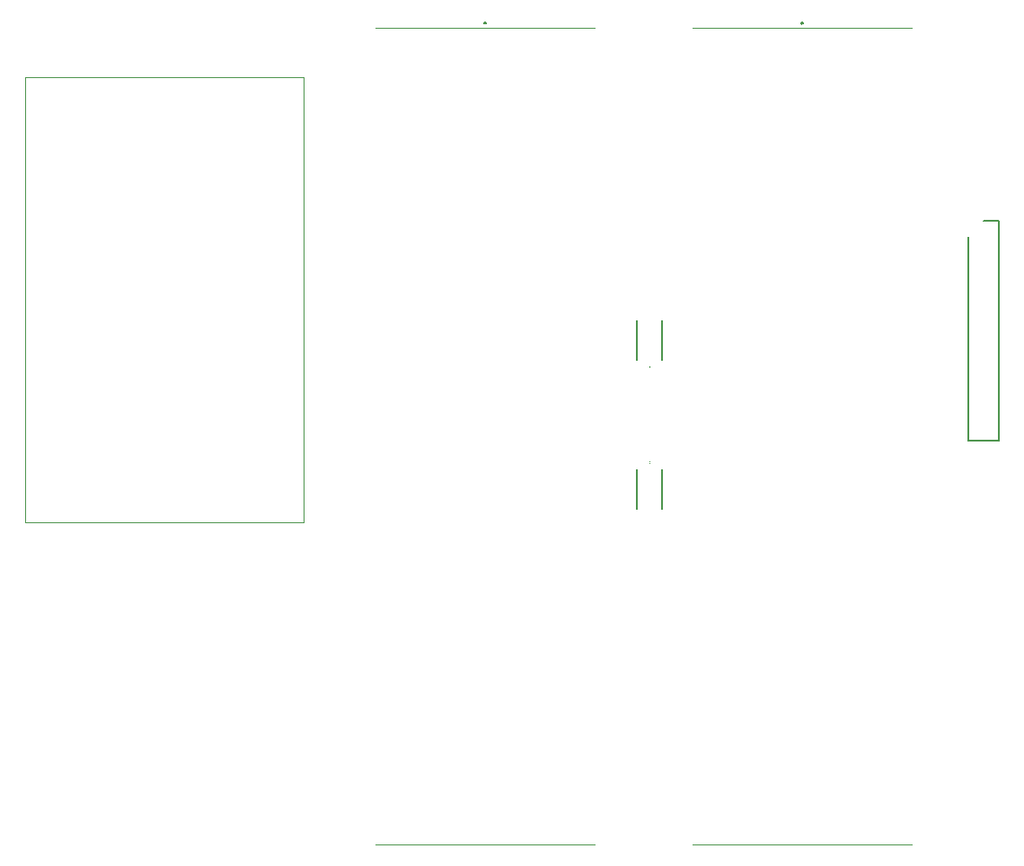
<source format=gbr>
%TF.GenerationSoftware,KiCad,Pcbnew,8.0.8*%
%TF.CreationDate,2025-03-29T17:39:48+01:00*%
%TF.ProjectId,eps,6570732e-6b69-4636-9164-5f7063625858,rev?*%
%TF.SameCoordinates,PX55d4a80PY8044ea0*%
%TF.FileFunction,Legend,Bot*%
%TF.FilePolarity,Positive*%
%FSLAX46Y46*%
G04 Gerber Fmt 4.6, Leading zero omitted, Abs format (unit mm)*
G04 Created by KiCad (PCBNEW 8.0.8) date 2025-03-29 17:39:48*
%MOMM*%
%LPD*%
G01*
G04 APERTURE LIST*
%ADD10C,0.200000*%
%ADD11C,0.100000*%
G04 APERTURE END LIST*
D10*
%TO.C,NTC2*%
X57800000Y42045000D02*
X57800000Y38345000D01*
D11*
X59000000Y42765000D02*
X59000000Y42765000D01*
X59000000Y42665000D02*
X59000000Y42665000D01*
D10*
X60200000Y42045000D02*
X60200000Y38345000D01*
D11*
X59000000Y42765000D02*
G75*
G02*
X59000000Y42665000I0J-50000D01*
G01*
X59000000Y42665000D02*
G75*
G02*
X59000000Y42765000I0J50000D01*
G01*
%TO.C,S1*%
X136500Y79000000D02*
X26363500Y79000000D01*
X26363500Y37000000D01*
X136500Y37000000D01*
X136500Y79000000D01*
%TO.C,BAT1*%
X33175000Y83655000D02*
X33175000Y83655000D01*
X33175000Y83655000D02*
X53825000Y83655000D01*
X33175000Y6605000D02*
X33175000Y6605000D01*
X33175000Y6605000D02*
X53825000Y6605000D01*
D10*
X43400000Y84150000D02*
X43400000Y84150000D01*
X43600000Y84150000D02*
X43600000Y84150000D01*
D11*
X53825000Y83655000D02*
X33175000Y83655000D01*
X53825000Y83655000D02*
X53825000Y83655000D01*
X53825000Y6605000D02*
X33175000Y6605000D01*
X53825000Y6605000D02*
X53825000Y6605000D01*
D10*
X43400000Y84150000D02*
G75*
G02*
X43600000Y84150000I100000J0D01*
G01*
X43600000Y84150000D02*
G75*
G02*
X43400000Y84150000I-100000J0D01*
G01*
D11*
%TO.C,BAT2*%
X63045000Y83655000D02*
X63045000Y83655000D01*
X63045000Y83655000D02*
X83695000Y83655000D01*
X63045000Y6605000D02*
X63045000Y6605000D01*
X63045000Y6605000D02*
X83695000Y6605000D01*
D10*
X73270000Y84150000D02*
X73270000Y84150000D01*
X73470000Y84150000D02*
X73470000Y84150000D01*
D11*
X83695000Y83655000D02*
X63045000Y83655000D01*
X83695000Y83655000D02*
X83695000Y83655000D01*
X83695000Y6605000D02*
X63045000Y6605000D01*
X83695000Y6605000D02*
X83695000Y6605000D01*
D10*
X73270000Y84150000D02*
G75*
G02*
X73470000Y84150000I100000J0D01*
G01*
X73470000Y84150000D02*
G75*
G02*
X73270000Y84150000I-100000J0D01*
G01*
%TO.C,NTC1*%
X57825000Y52380000D02*
X57825000Y56080000D01*
D11*
X59025000Y51760000D02*
X59025000Y51760000D01*
X59025000Y51660000D02*
X59025000Y51660000D01*
D10*
X60225000Y52380000D02*
X60225000Y56080000D01*
D11*
X59025000Y51760000D02*
G75*
G02*
X59025000Y51660000I0J-50000D01*
G01*
X59025000Y51660000D02*
G75*
G02*
X59025000Y51760000I0J50000D01*
G01*
D10*
%TO.C,J7*%
X89059000Y64000000D02*
X89059000Y44759000D01*
X89059000Y44759000D02*
X91940000Y44759000D01*
X91940000Y65460000D02*
X90500000Y65460000D01*
X91940000Y44759000D02*
X91940000Y65460000D01*
%TD*%
M02*

</source>
